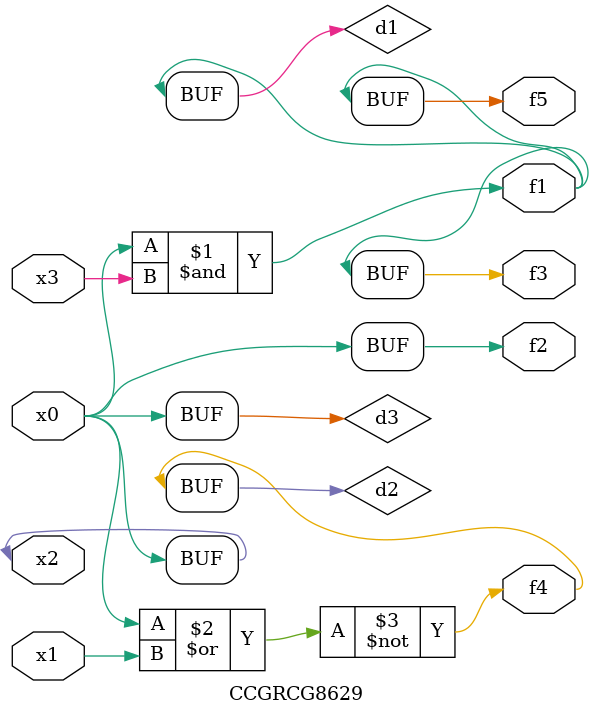
<source format=v>
module CCGRCG8629(
	input x0, x1, x2, x3,
	output f1, f2, f3, f4, f5
);

	wire d1, d2, d3;

	and (d1, x2, x3);
	nor (d2, x0, x1);
	buf (d3, x0, x2);
	assign f1 = d1;
	assign f2 = d3;
	assign f3 = d1;
	assign f4 = d2;
	assign f5 = d1;
endmodule

</source>
